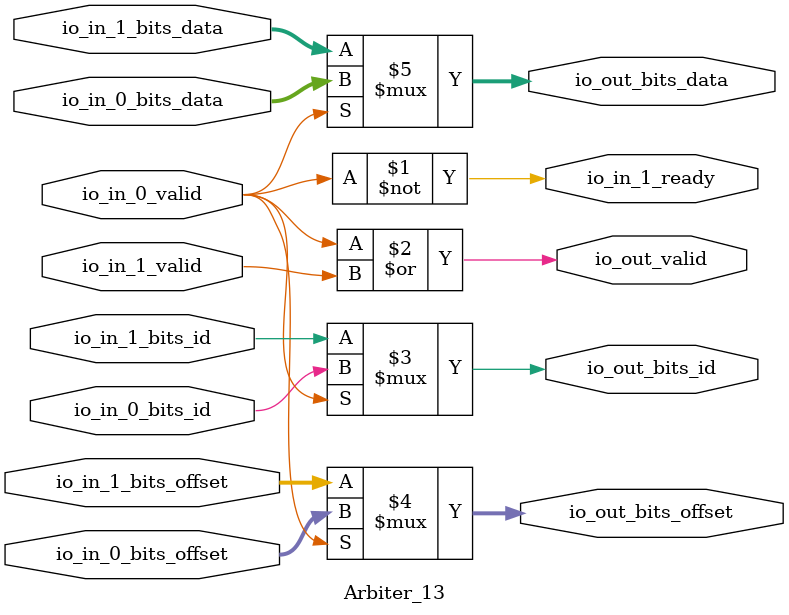
<source format=sv>
`ifndef RANDOMIZE
  `ifdef RANDOMIZE_REG_INIT
    `define RANDOMIZE
  `endif // RANDOMIZE_REG_INIT
`endif // not def RANDOMIZE
`ifndef RANDOMIZE
  `ifdef RANDOMIZE_MEM_INIT
    `define RANDOMIZE
  `endif // RANDOMIZE_MEM_INIT
`endif // not def RANDOMIZE

`ifndef RANDOM
  `define RANDOM $random
`endif // not def RANDOM

// Users can define 'PRINTF_COND' to add an extra gate to prints.
`ifndef PRINTF_COND_
  `ifdef PRINTF_COND
    `define PRINTF_COND_ (`PRINTF_COND)
  `else  // PRINTF_COND
    `define PRINTF_COND_ 1
  `endif // PRINTF_COND
`endif // not def PRINTF_COND_

// Users can define 'ASSERT_VERBOSE_COND' to add an extra gate to assert error printing.
`ifndef ASSERT_VERBOSE_COND_
  `ifdef ASSERT_VERBOSE_COND
    `define ASSERT_VERBOSE_COND_ (`ASSERT_VERBOSE_COND)
  `else  // ASSERT_VERBOSE_COND
    `define ASSERT_VERBOSE_COND_ 1
  `endif // ASSERT_VERBOSE_COND
`endif // not def ASSERT_VERBOSE_COND_

// Users can define 'STOP_COND' to add an extra gate to stop conditions.
`ifndef STOP_COND_
  `ifdef STOP_COND
    `define STOP_COND_ (`STOP_COND)
  `else  // STOP_COND
    `define STOP_COND_ 1
  `endif // STOP_COND
`endif // not def STOP_COND_

// Users can define INIT_RANDOM as general code that gets injected into the
// initializer block for modules with registers.
`ifndef INIT_RANDOM
  `define INIT_RANDOM
`endif // not def INIT_RANDOM

// If using random initialization, you can also define RANDOMIZE_DELAY to
// customize the delay used, otherwise 0.002 is used.
`ifndef RANDOMIZE_DELAY
  `define RANDOMIZE_DELAY 0.002
`endif // not def RANDOMIZE_DELAY

// Define INIT_RANDOM_PROLOG_ for use in our modules below.
`ifndef INIT_RANDOM_PROLOG_
  `ifdef RANDOMIZE
    `ifdef VERILATOR
      `define INIT_RANDOM_PROLOG_ `INIT_RANDOM
    `else  // VERILATOR
      `define INIT_RANDOM_PROLOG_ `INIT_RANDOM #`RANDOMIZE_DELAY begin end
    `endif // VERILATOR
  `else  // RANDOMIZE
    `define INIT_RANDOM_PROLOG_
  `endif // RANDOMIZE
`endif // not def INIT_RANDOM_PROLOG_

module Arbiter_13(
  input         io_in_0_valid,
                io_in_0_bits_id,
  input  [2:0]  io_in_0_bits_offset,
  input  [63:0] io_in_0_bits_data,
  input         io_in_1_valid,
                io_in_1_bits_id,
  input  [2:0]  io_in_1_bits_offset,
  input  [63:0] io_in_1_bits_data,
  output        io_in_1_ready,
                io_out_valid,
                io_out_bits_id,
  output [2:0]  io_out_bits_offset,
  output [63:0] io_out_bits_data
);

  assign io_in_1_ready = ~io_in_0_valid;	// @[Arbiter.scala:45:78]
  assign io_out_valid = io_in_0_valid | io_in_1_valid;	// @[Arbiter.scala:147:31]
  assign io_out_bits_id = io_in_0_valid ? io_in_0_bits_id : io_in_1_bits_id;	// @[Arbiter.scala:136:15, :138:26, :140:19]
  assign io_out_bits_offset = io_in_0_valid ? io_in_0_bits_offset : io_in_1_bits_offset;	// @[Arbiter.scala:136:15, :138:26, :140:19]
  assign io_out_bits_data = io_in_0_valid ? io_in_0_bits_data : io_in_1_bits_data;	// @[Arbiter.scala:136:15, :138:26, :140:19]
endmodule


</source>
